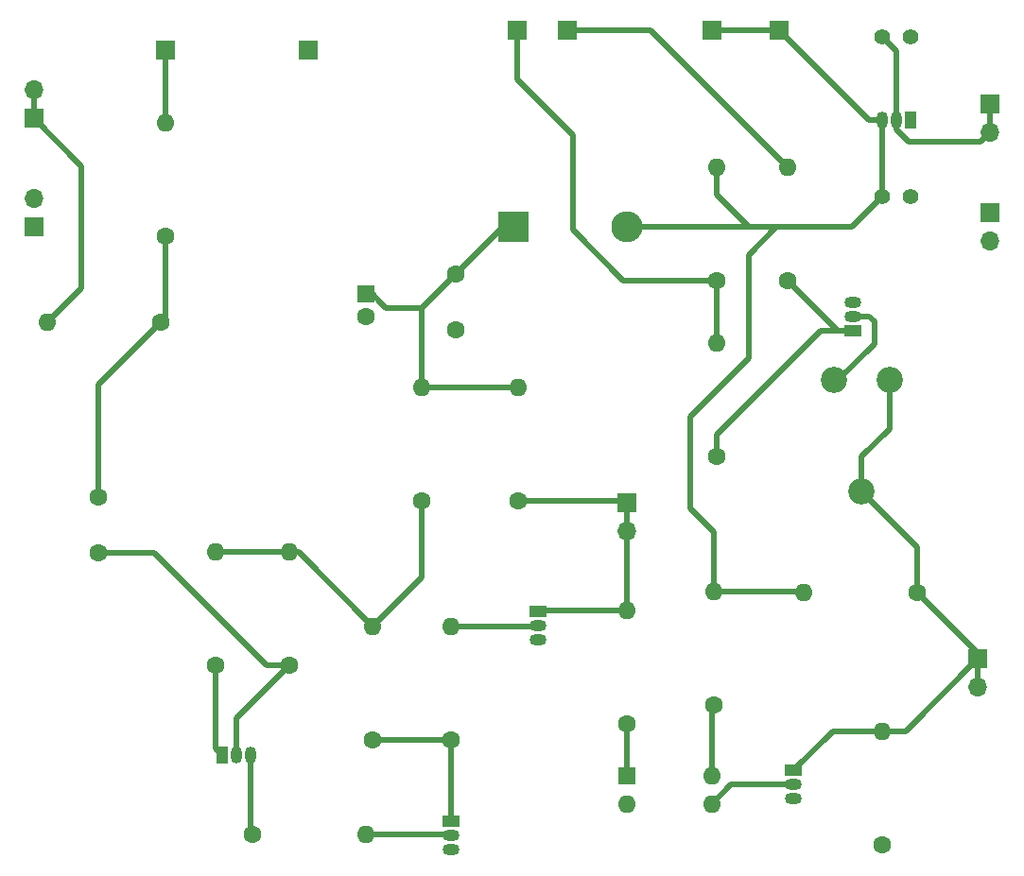
<source format=gbr>
%TF.GenerationSoftware,KiCad,Pcbnew,8.0.2*%
%TF.CreationDate,2024-12-11T18:52:05+01:00*%
%TF.ProjectId,Driver_Lampy_Dozymetrycznej,44726976-6572-45f4-9c61-6d70795f446f,rev?*%
%TF.SameCoordinates,Original*%
%TF.FileFunction,Copper,L1,Top*%
%TF.FilePolarity,Positive*%
%FSLAX46Y46*%
G04 Gerber Fmt 4.6, Leading zero omitted, Abs format (unit mm)*
G04 Created by KiCad (PCBNEW 8.0.2) date 2024-12-11 18:52:05*
%MOMM*%
%LPD*%
G01*
G04 APERTURE LIST*
%TA.AperFunction,ComponentPad*%
%ADD10R,1.700000X1.700000*%
%TD*%
%TA.AperFunction,ComponentPad*%
%ADD11C,1.600000*%
%TD*%
%TA.AperFunction,ComponentPad*%
%ADD12O,1.600000X1.600000*%
%TD*%
%TA.AperFunction,ComponentPad*%
%ADD13R,1.500000X1.050000*%
%TD*%
%TA.AperFunction,ComponentPad*%
%ADD14O,1.500000X1.050000*%
%TD*%
%TA.AperFunction,ComponentPad*%
%ADD15R,2.800000X2.800000*%
%TD*%
%TA.AperFunction,ComponentPad*%
%ADD16O,2.800000X2.800000*%
%TD*%
%TA.AperFunction,ComponentPad*%
%ADD17C,1.400000*%
%TD*%
%TA.AperFunction,ComponentPad*%
%ADD18O,1.700000X1.700000*%
%TD*%
%TA.AperFunction,ComponentPad*%
%ADD19R,1.050000X1.500000*%
%TD*%
%TA.AperFunction,ComponentPad*%
%ADD20O,1.050000X1.500000*%
%TD*%
%TA.AperFunction,ComponentPad*%
%ADD21C,2.340000*%
%TD*%
%TA.AperFunction,ComponentPad*%
%ADD22R,1.600000X1.600000*%
%TD*%
%TA.AperFunction,Conductor*%
%ADD23C,0.500000*%
%TD*%
G04 APERTURE END LIST*
D10*
%TO.P,L_GND1,1,Pin_1*%
%TO.N,GND*%
X190080000Y-30670000D03*
%TD*%
D11*
%TO.P,R6,1*%
%TO.N,Net-(Q2-C)*%
X195860000Y-92480000D03*
D12*
%TO.P,R6,2*%
%TO.N,Net-(R2-Pad2)*%
X195860000Y-82320000D03*
%TD*%
D13*
%TO.P,Q5,1,C*%
%TO.N,PULSE_ISO*%
X233500000Y-95210000D03*
D14*
%TO.P,Q5,2,B*%
%TO.N,Net-(Q5-B)*%
X233500000Y-96480000D03*
%TO.P,Q5,3,E*%
%TO.N,GND*%
X233500000Y-97750000D03*
%TD*%
D11*
%TO.P,R12,1*%
%TO.N,Net-(C1-Pad1)*%
X177250000Y-47330000D03*
D12*
%TO.P,R12,2*%
%TO.N,Net-(L_+1-Pin_1)*%
X177250000Y-37170000D03*
%TD*%
D15*
%TO.P,D2,1,K*%
%TO.N,Net-(D2-K)*%
X208420000Y-46500000D03*
D16*
%TO.P,D2,2,A*%
%TO.N,+3.3V*%
X218580000Y-46500000D03*
%TD*%
D11*
%TO.P,R1,1*%
%TO.N,Net-(Q1-E)*%
X185030000Y-100980000D03*
D12*
%TO.P,R1,2*%
%TO.N,Net-(Q2-B)*%
X195190000Y-100980000D03*
%TD*%
D11*
%TO.P,R8,1*%
%TO.N,PULSE*%
X208860000Y-71060000D03*
D12*
%TO.P,R8,2*%
%TO.N,Net-(D2-K)*%
X208860000Y-60900000D03*
%TD*%
D11*
%TO.P,C2,1*%
%TO.N,Net-(D2-K)*%
X203250000Y-50750000D03*
%TO.P,C2,2*%
%TO.N,GND*%
X203250000Y-55750000D03*
%TD*%
D10*
%TO.P,L_+1,1,Pin_1*%
%TO.N,Net-(L_+1-Pin_1)*%
X177255000Y-30670000D03*
%TD*%
D17*
%TO.P,C5,1*%
%TO.N,+3.3V*%
X241500000Y-43750000D03*
%TO.P,C5,2*%
%TO.N,GND*%
X244000000Y-43750000D03*
%TD*%
D11*
%TO.P,R15,1*%
%TO.N,PULSE_ISO*%
X244580000Y-79250000D03*
D12*
%TO.P,R15,2*%
%TO.N,+3.3V*%
X234420000Y-79250000D03*
%TD*%
D10*
%TO.P,GLED1,1,Pin_1*%
%TO.N,Net-(GLED1-Pin_1)*%
X213250000Y-28875000D03*
%TD*%
D11*
%TO.P,R3,1*%
%TO.N,Net-(Q1-C)*%
X181750000Y-85810000D03*
D12*
%TO.P,R3,2*%
%TO.N,Net-(R2-Pad2)*%
X181750000Y-75650000D03*
%TD*%
D11*
%TO.P,R13,1*%
%TO.N,Net-(C1-Pad1)*%
X176830000Y-55080000D03*
D12*
%TO.P,R13,2*%
%TO.N,+400V*%
X166670000Y-55080000D03*
%TD*%
D10*
%TO.P,+3.3V1,1,Pin_1*%
%TO.N,Net-(+3.3V1-Pin_1)*%
X251125000Y-35475000D03*
D18*
%TO.P,+3.3V1,2,Pin_2*%
X251125000Y-38015000D03*
%TD*%
D10*
%TO.P,+400V1,1,Pin_1*%
%TO.N,+400V*%
X165500000Y-36790000D03*
D18*
%TO.P,+400V1,2,Pin_2*%
X165500000Y-34250000D03*
%TD*%
D10*
%TO.P,G400V1,1,Pin_1*%
%TO.N,GND*%
X165500000Y-46500000D03*
D18*
%TO.P,G400V1,2,Pin_2*%
X165500000Y-43960000D03*
%TD*%
D10*
%TO.P,PULSE1,1,Pin_1*%
%TO.N,PULSE*%
X218610000Y-71190000D03*
D18*
%TO.P,PULSE1,2,Pin_2*%
X218610000Y-73730000D03*
%TD*%
D11*
%TO.P,R2,1*%
%TO.N,L_SIGNAL*%
X188360000Y-85810000D03*
D12*
%TO.P,R2,2*%
%TO.N,Net-(R2-Pad2)*%
X188360000Y-75650000D03*
%TD*%
D10*
%TO.P,+SPEAK1,1,Pin_1*%
%TO.N,+3.3V*%
X232250000Y-28875000D03*
%TD*%
%TO.P,GSPEAK1,1,Pin_1*%
%TO.N,Net-(GSPEAK1-Pin_1)*%
X208750000Y-28875000D03*
%TD*%
D13*
%TO.P,Q4,1,C*%
%TO.N,PULSE*%
X210610000Y-80980000D03*
D14*
%TO.P,Q4,2,B*%
%TO.N,Net-(Q4-B)*%
X210610000Y-82250000D03*
%TO.P,Q4,3,E*%
%TO.N,GND*%
X210610000Y-83520000D03*
%TD*%
D11*
%TO.P,R7,1*%
%TO.N,Net-(Q3-C)*%
X233000000Y-51330000D03*
D12*
%TO.P,R7,2*%
%TO.N,Net-(GLED1-Pin_1)*%
X233000000Y-41170000D03*
%TD*%
D17*
%TO.P,C4,1*%
%TO.N,Net-(+3.3V1-Pin_1)*%
X241500000Y-29500000D03*
%TO.P,C4,2*%
%TO.N,GND*%
X244000000Y-29500000D03*
%TD*%
D11*
%TO.P,R10,1*%
%TO.N,Net-(GSPEAK1-Pin_1)*%
X226610000Y-51285000D03*
D12*
%TO.P,R10,2*%
%TO.N,+3.3V*%
X226610000Y-41125000D03*
%TD*%
D13*
%TO.P,Q3,1,C*%
%TO.N,Net-(Q3-C)*%
X238860000Y-55770000D03*
D14*
%TO.P,Q3,2,B*%
%TO.N,Net-(Q3-B)*%
X238860000Y-54500000D03*
%TO.P,Q3,3,E*%
%TO.N,GND*%
X238860000Y-53230000D03*
%TD*%
D19*
%TO.P,U2,1,GND*%
%TO.N,GND*%
X244020000Y-36890000D03*
D20*
%TO.P,U2,2,VI*%
%TO.N,Net-(+3.3V1-Pin_1)*%
X242750000Y-36890000D03*
%TO.P,U2,3,VO*%
%TO.N,+3.3V*%
X241480000Y-36890000D03*
%TD*%
D10*
%TO.P,+LED1,1,Pin_1*%
%TO.N,+3.3V*%
X226250000Y-28875000D03*
%TD*%
%TO.P,IPULSE1,1,Pin_1*%
%TO.N,PULSE_ISO*%
X250000000Y-85225000D03*
D18*
%TO.P,IPULSE1,2,Pin_2*%
X250000000Y-87765000D03*
%TD*%
D10*
%TO.P,G3.3V1,1,Pin_1*%
%TO.N,GND*%
X251125000Y-45225000D03*
D18*
%TO.P,G3.3V1,2,Pin_2*%
X251125000Y-47765000D03*
%TD*%
D19*
%TO.P,Q1,1,C*%
%TO.N,Net-(Q1-C)*%
X182340000Y-93840000D03*
D20*
%TO.P,Q1,2,B*%
%TO.N,L_SIGNAL*%
X183610000Y-93840000D03*
%TO.P,Q1,3,E*%
%TO.N,Net-(Q1-E)*%
X184880000Y-93840000D03*
%TD*%
D21*
%TO.P,RV1,1,1*%
%TO.N,Net-(Q3-B)*%
X237135000Y-60230000D03*
%TO.P,RV1,2,2*%
%TO.N,PULSE_ISO*%
X239635000Y-70230000D03*
%TO.P,RV1,3,3*%
X242135000Y-60230000D03*
%TD*%
D11*
%TO.P,R11,1*%
%TO.N,Net-(R11-Pad1)*%
X218610000Y-91060000D03*
D12*
%TO.P,R11,2*%
%TO.N,PULSE*%
X218610000Y-80900000D03*
%TD*%
D11*
%TO.P,R16,1*%
%TO.N,GND*%
X241500000Y-101830000D03*
D12*
%TO.P,R16,2*%
%TO.N,PULSE_ISO*%
X241500000Y-91670000D03*
%TD*%
D11*
%TO.P,C1,1*%
%TO.N,Net-(C1-Pad1)*%
X171250000Y-70750000D03*
%TO.P,C1,2*%
%TO.N,L_SIGNAL*%
X171250000Y-75750000D03*
%TD*%
D13*
%TO.P,Q2,1,C*%
%TO.N,Net-(Q2-C)*%
X202890000Y-99730000D03*
D14*
%TO.P,Q2,2,B*%
%TO.N,Net-(Q2-B)*%
X202890000Y-101000000D03*
%TO.P,Q2,3,E*%
%TO.N,GND*%
X202890000Y-102270000D03*
%TD*%
D22*
%TO.P,C3,1*%
%TO.N,Net-(D2-K)*%
X195250000Y-52544888D03*
D11*
%TO.P,C3,2*%
%TO.N,GND*%
X195250000Y-54544888D03*
%TD*%
%TO.P,R9,1*%
%TO.N,Net-(Q3-C)*%
X226610000Y-67060000D03*
D12*
%TO.P,R9,2*%
%TO.N,Net-(GSPEAK1-Pin_1)*%
X226610000Y-56900000D03*
%TD*%
D11*
%TO.P,R4,1*%
%TO.N,Net-(R2-Pad2)*%
X200250000Y-71080000D03*
D12*
%TO.P,R4,2*%
%TO.N,Net-(D2-K)*%
X200250000Y-60920000D03*
%TD*%
D22*
%TO.P,U1,1*%
%TO.N,Net-(R11-Pad1)*%
X218560000Y-95705000D03*
D12*
%TO.P,U1,2*%
%TO.N,GND*%
X218560000Y-98245000D03*
%TO.P,U1,3*%
%TO.N,Net-(Q5-B)*%
X226180000Y-98245000D03*
%TO.P,U1,4*%
%TO.N,Net-(R14-Pad1)*%
X226180000Y-95705000D03*
%TD*%
D11*
%TO.P,R5,1*%
%TO.N,Net-(Q2-C)*%
X202860000Y-92480000D03*
D12*
%TO.P,R5,2*%
%TO.N,Net-(Q4-B)*%
X202860000Y-82320000D03*
%TD*%
D11*
%TO.P,R14,1*%
%TO.N,Net-(R14-Pad1)*%
X226360000Y-89310000D03*
D12*
%TO.P,R14,2*%
%TO.N,+3.3V*%
X226360000Y-79150000D03*
%TD*%
D23*
%TO.N,+3.3V*%
X224250000Y-63500000D02*
X229500000Y-58250000D01*
X240265000Y-36890000D02*
X241480000Y-36890000D01*
X234320000Y-79150000D02*
X234420000Y-79250000D01*
X229500000Y-58250000D02*
X229500000Y-49000000D01*
X238750000Y-46500000D02*
X241500000Y-43750000D01*
X232750000Y-46500000D02*
X238750000Y-46500000D01*
X232000000Y-46500000D02*
X232750000Y-46500000D01*
X226610000Y-41125000D02*
X226610000Y-43610000D01*
X229500000Y-49000000D02*
X232000000Y-46500000D01*
X241480000Y-36890000D02*
X241480000Y-43730000D01*
X226360000Y-79150000D02*
X234320000Y-79150000D01*
X226360000Y-73860000D02*
X224250000Y-71750000D01*
X226360000Y-79150000D02*
X226360000Y-73860000D01*
X232250000Y-28875000D02*
X240265000Y-36890000D01*
X218580000Y-46500000D02*
X229500000Y-46500000D01*
X224250000Y-71750000D02*
X224250000Y-63500000D01*
X229500000Y-46500000D02*
X232750000Y-46500000D01*
X241480000Y-43730000D02*
X241500000Y-43750000D01*
X226250000Y-28875000D02*
X232250000Y-28875000D01*
X226610000Y-43610000D02*
X229500000Y-46500000D01*
%TO.N,+400V*%
X166670000Y-55080000D02*
X169750000Y-52000000D01*
X169750000Y-41040000D02*
X165500000Y-36790000D01*
X165500000Y-34250000D02*
X165500000Y-36790000D01*
X169750000Y-52000000D02*
X169750000Y-41040000D01*
%TO.N,Net-(C1-Pad1)*%
X171250000Y-60660000D02*
X176830000Y-55080000D01*
X177250000Y-47330000D02*
X177250000Y-54660000D01*
X177250000Y-54660000D02*
X176830000Y-55080000D01*
X171250000Y-70750000D02*
X171250000Y-60660000D01*
%TO.N,L_SIGNAL*%
X188360000Y-85810000D02*
X183610000Y-90560000D01*
X171250000Y-75750000D02*
X176250000Y-75750000D01*
X176250000Y-75750000D02*
X186310000Y-85810000D01*
X183610000Y-90560000D02*
X183610000Y-93840000D01*
X186310000Y-85810000D02*
X188360000Y-85810000D01*
%TO.N,Net-(D2-K)*%
X200250000Y-53750000D02*
X200250000Y-57000000D01*
X200270000Y-60900000D02*
X200250000Y-60920000D01*
X200250000Y-53750000D02*
X197000000Y-53750000D01*
X208420000Y-46500000D02*
X207500000Y-46500000D01*
X195794888Y-52544888D02*
X195250000Y-52544888D01*
X196500000Y-53250000D02*
X195794888Y-52544888D01*
X200250000Y-60920000D02*
X200250000Y-57000000D01*
X203250000Y-50750000D02*
X200250000Y-53750000D01*
X208860000Y-60900000D02*
X200270000Y-60900000D01*
X207500000Y-46500000D02*
X203250000Y-50750000D01*
X197000000Y-53750000D02*
X196500000Y-53250000D01*
%TO.N,Net-(L_+1-Pin_1)*%
X177250000Y-37170000D02*
X177250000Y-30675000D01*
X177250000Y-30675000D02*
X177255000Y-30670000D01*
%TO.N,Net-(GSPEAK1-Pin_1)*%
X213750000Y-46750000D02*
X213750000Y-38250000D01*
X218285000Y-51285000D02*
X213750000Y-46750000D01*
X226610000Y-51285000D02*
X226610000Y-56900000D01*
X226610000Y-51285000D02*
X218285000Y-51285000D01*
X213750000Y-38250000D02*
X208750000Y-33250000D01*
X208750000Y-33250000D02*
X208750000Y-28875000D01*
%TO.N,Net-(Q1-C)*%
X181750000Y-85810000D02*
X181750000Y-93250000D01*
X181750000Y-93250000D02*
X182340000Y-93840000D01*
%TO.N,Net-(Q1-E)*%
X184880000Y-93840000D02*
X184880000Y-100830000D01*
X184880000Y-100830000D02*
X185030000Y-100980000D01*
%TO.N,Net-(Q2-C)*%
X202890000Y-99730000D02*
X202890000Y-92510000D01*
X195860000Y-92480000D02*
X202860000Y-92480000D01*
X202890000Y-92510000D02*
X202860000Y-92480000D01*
%TO.N,Net-(Q2-B)*%
X202870000Y-100980000D02*
X202890000Y-101000000D01*
X195190000Y-100980000D02*
X202870000Y-100980000D01*
X202840000Y-100980000D02*
X202860000Y-101000000D01*
%TO.N,Net-(Q3-C)*%
X226610000Y-67060000D02*
X226610000Y-65140000D01*
X235980000Y-55770000D02*
X238860000Y-55770000D01*
X237440000Y-55770000D02*
X238860000Y-55770000D01*
X233000000Y-51330000D02*
X237440000Y-55770000D01*
X226610000Y-65140000D02*
X235980000Y-55770000D01*
%TO.N,Net-(Q3-B)*%
X237520000Y-60230000D02*
X237135000Y-60230000D01*
X240750000Y-57000000D02*
X237520000Y-60230000D01*
X240750000Y-55000000D02*
X240750000Y-57000000D01*
X240250000Y-54500000D02*
X240750000Y-55000000D01*
X238860000Y-54500000D02*
X240250000Y-54500000D01*
%TO.N,Net-(Q4-B)*%
X202860000Y-82320000D02*
X210540000Y-82320000D01*
X210540000Y-82320000D02*
X210610000Y-82250000D01*
%TO.N,Net-(Q5-B)*%
X233500000Y-96480000D02*
X227945000Y-96480000D01*
X227945000Y-96480000D02*
X226180000Y-98245000D01*
%TO.N,Net-(R2-Pad2)*%
X188360000Y-75650000D02*
X181750000Y-75650000D01*
X195860000Y-82320000D02*
X189190000Y-75650000D01*
X189190000Y-75650000D02*
X188360000Y-75650000D01*
X200250000Y-77930000D02*
X195860000Y-82320000D01*
X200250000Y-71080000D02*
X200250000Y-77930000D01*
%TO.N,Net-(R11-Pad1)*%
X218610000Y-95655000D02*
X218560000Y-95705000D01*
X218610000Y-91060000D02*
X218610000Y-95655000D01*
%TO.N,Net-(R14-Pad1)*%
X226180000Y-95705000D02*
X226180000Y-89490000D01*
X226180000Y-89490000D02*
X226360000Y-89310000D01*
%TO.N,PULSE_ISO*%
X244580000Y-79250000D02*
X244580000Y-75175000D01*
X244580000Y-79250000D02*
X250000000Y-84670000D01*
X243555000Y-91670000D02*
X250000000Y-85225000D01*
X250000000Y-84670000D02*
X250000000Y-85225000D01*
X242135000Y-60230000D02*
X242135000Y-64615000D01*
X233540000Y-95210000D02*
X233500000Y-95210000D01*
X239635000Y-67115000D02*
X239635000Y-70230000D01*
X250000000Y-85225000D02*
X250000000Y-87765000D01*
X241500000Y-91670000D02*
X237080000Y-91670000D01*
X244580000Y-75175000D02*
X239635000Y-70230000D01*
X237080000Y-91670000D02*
X233540000Y-95210000D01*
X242135000Y-64615000D02*
X239635000Y-67115000D01*
X241500000Y-91670000D02*
X243555000Y-91670000D01*
%TO.N,PULSE*%
X208860000Y-71060000D02*
X218480000Y-71060000D01*
X218610000Y-73730000D02*
X218610000Y-71190000D01*
X218480000Y-71060000D02*
X218610000Y-71190000D01*
X218610000Y-80900000D02*
X210690000Y-80900000D01*
X210690000Y-80900000D02*
X210610000Y-80980000D01*
X218610000Y-73730000D02*
X218610000Y-80900000D01*
%TO.N,Net-(+3.3V1-Pin_1)*%
X242750000Y-30750000D02*
X241500000Y-29500000D01*
X243820000Y-38865000D02*
X242750000Y-37795000D01*
X251125000Y-38015000D02*
X250275000Y-38865000D01*
X251125000Y-38015000D02*
X251125000Y-35475000D01*
X242750000Y-36890000D02*
X242750000Y-30750000D01*
X242750000Y-37795000D02*
X242750000Y-36890000D01*
X250275000Y-38865000D02*
X243820000Y-38865000D01*
%TO.N,Net-(GLED1-Pin_1)*%
X220705000Y-28875000D02*
X213250000Y-28875000D01*
X233000000Y-41170000D02*
X220705000Y-28875000D01*
%TD*%
M02*

</source>
